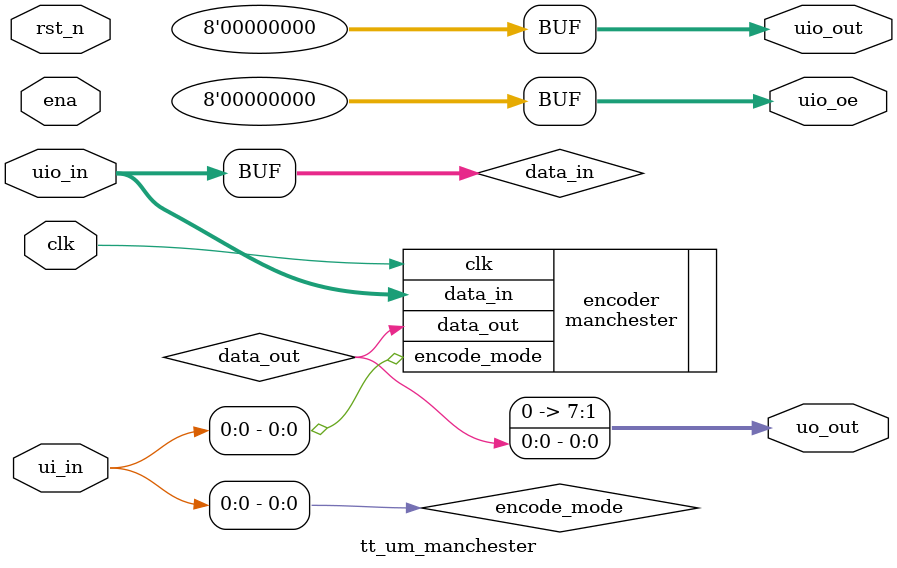
<source format=v>
/*
 * Copyright (c) 2025 Your Name
 * SPDX-License-Identifier: Apache-2.0
 */

`default_nettype none

module tt_um_manchester (
    input  wire [7:0] ui_in,    // Dedicated inputs
    output wire [7:0] uo_out,   // Dedicated outputs
    input  wire [7:0] uio_in,   // IOs: Input path
    output wire [7:0] uio_out,  // IOs: Output path
    output wire [7:0] uio_oe,   // IOs: Enable path (active high: 0=input, 1=output)
    input  wire       ena,      // always 1 when the design is powered, so you can ignore it
    input  wire       clk,      // clock
    input  wire       rst_n     // reset_n - low to reset
);

  // All output pins must be assigned. If not used, assign to 0.
  wire data_out;
  wire encode_mode;
  wire [7:0] data_in;
  
  // Map inputs
  assign encode_mode = ui_in[0];  // Use input bit 0 for encode_mode
  assign data_in = uio_in[7:0];   // Use bidirectional pins as inputs for data
  
  // Set bidirectional pins as inputs
  assign uio_oe = 8'b00000000;    // All bidirectional pins are inputs
  assign uio_out = 8'b00000000;   // Not used as outputs
  
  // Map output
  assign uo_out[0] = data_out;    // Manchester encoded output on bit 0
  assign uo_out[7:1] = 7'b0;      // Unused outputs set to 0
  
  // Instantiate the Manchester encoder
  manchester encoder (
      .clk(clk),
      .encode_mode(encode_mode),
      .data_in(data_in),
      .data_out(data_out)
  );

endmodule

</source>
